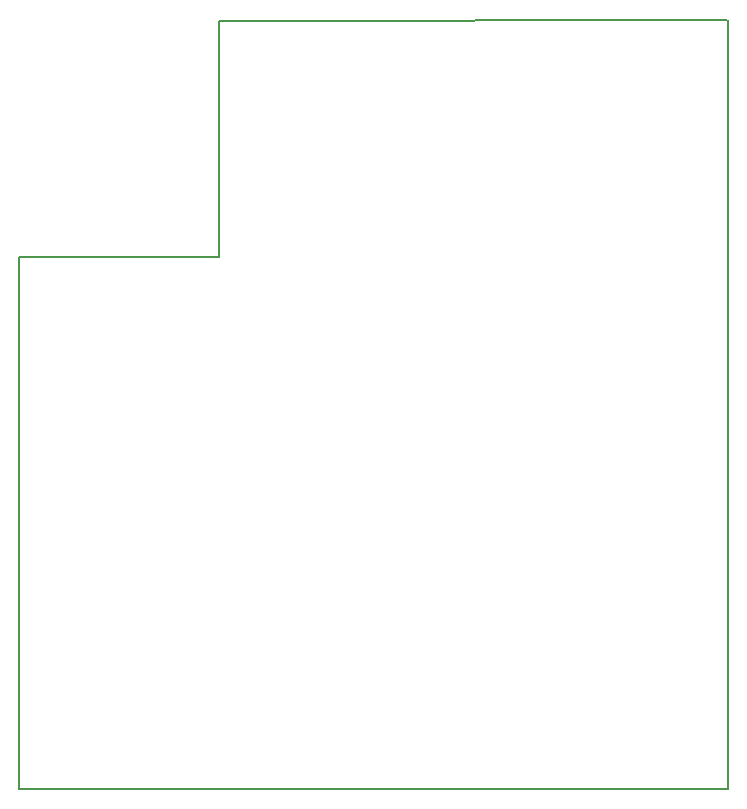
<source format=gm1>
G04*
G04 #@! TF.GenerationSoftware,Altium Limited,Altium Designer,24.1.2 (44)*
G04*
G04 Layer_Color=16711935*
%FSLAX25Y25*%
%MOIN*%
G70*
G04*
G04 #@! TF.SameCoordinates,9647829F-9D65-4518-952E-74710912C15A*
G04*
G04*
G04 #@! TF.FilePolarity,Positive*
G04*
G01*
G75*
%ADD84C,0.00600*%
%ADD85C,0.00598*%
D84*
X0Y0D02*
X236200D01*
X236500D02*
Y256260D01*
X0Y0D02*
Y177200D01*
D85*
X66900Y255940D02*
X236200Y256260D01*
X66900Y177200D02*
Y255940D01*
X0Y177200D02*
X66900D01*
M02*

</source>
